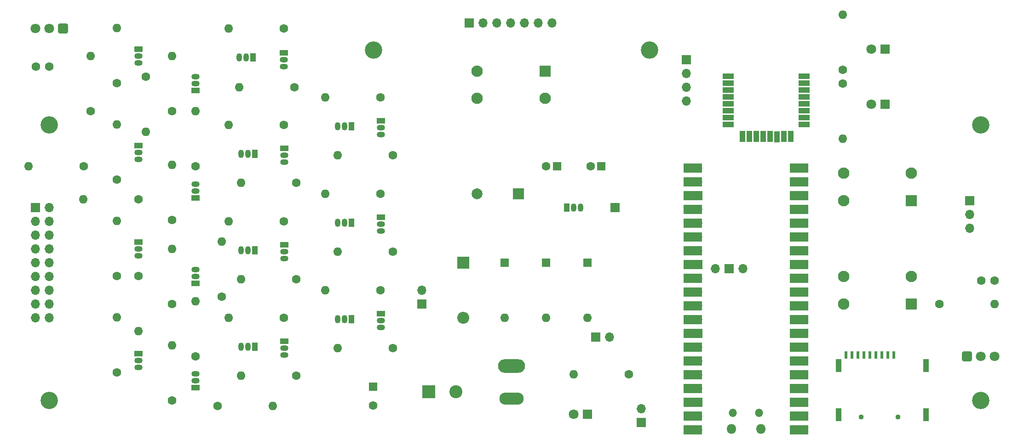
<source format=gbr>
%TF.GenerationSoftware,KiCad,Pcbnew,7.0.2*%
%TF.CreationDate,2023-07-21T23:10:52-07:00*%
%TF.ProjectId,Score-Board,53636f72-652d-4426-9f61-72642e6b6963,1*%
%TF.SameCoordinates,Original*%
%TF.FileFunction,Soldermask,Top*%
%TF.FilePolarity,Negative*%
%FSLAX46Y46*%
G04 Gerber Fmt 4.6, Leading zero omitted, Abs format (unit mm)*
G04 Created by KiCad (PCBNEW 7.0.2) date 2023-07-21 23:10:52*
%MOMM*%
%LPD*%
G01*
G04 APERTURE LIST*
G04 Aperture macros list*
%AMRoundRect*
0 Rectangle with rounded corners*
0 $1 Rounding radius*
0 $2 $3 $4 $5 $6 $7 $8 $9 X,Y pos of 4 corners*
0 Add a 4 corners polygon primitive as box body*
4,1,4,$2,$3,$4,$5,$6,$7,$8,$9,$2,$3,0*
0 Add four circle primitives for the rounded corners*
1,1,$1+$1,$2,$3*
1,1,$1+$1,$4,$5*
1,1,$1+$1,$6,$7*
1,1,$1+$1,$8,$9*
0 Add four rect primitives between the rounded corners*
20,1,$1+$1,$2,$3,$4,$5,0*
20,1,$1+$1,$4,$5,$6,$7,0*
20,1,$1+$1,$6,$7,$8,$9,0*
20,1,$1+$1,$8,$9,$2,$3,0*%
G04 Aperture macros list end*
%ADD10O,1.700000X1.700000*%
%ADD11R,1.700000X1.700000*%
%ADD12R,3.500000X1.700000*%
%ADD13O,1.500000X1.500000*%
%ADD14O,1.800000X1.800000*%
%ADD15C,1.600000*%
%ADD16O,1.600000X1.600000*%
%ADD17C,3.200000*%
%ADD18R,1.500000X1.050000*%
%ADD19O,1.500000X1.050000*%
%ADD20R,1.600000X1.600000*%
%ADD21R,1.050000X1.500000*%
%ADD22O,1.050000X1.500000*%
%ADD23C,0.950000*%
%ADD24R,0.620000X1.400000*%
%ADD25R,1.100000X2.400000*%
%ADD26R,2.100000X2.100000*%
%ADD27C,2.100000*%
%ADD28R,2.000000X1.000000*%
%ADD29R,1.000000X2.000000*%
%ADD30R,2.400000X2.400000*%
%ADD31C,2.400000*%
%ADD32R,2.000000X2.000000*%
%ADD33C,2.000000*%
%ADD34O,5.000000X2.500000*%
%ADD35O,4.500000X2.250000*%
%ADD36R,1.800000X1.800000*%
%ADD37C,1.800000*%
%ADD38R,2.200000X2.200000*%
%ADD39O,2.200000X2.200000*%
%ADD40RoundRect,0.250200X-0.649800X-0.649800X0.649800X-0.649800X0.649800X0.649800X-0.649800X0.649800X0*%
%ADD41RoundRect,0.250200X0.649800X0.649800X-0.649800X0.649800X-0.649800X-0.649800X0.649800X-0.649800X0*%
G04 APERTURE END LIST*
D10*
%TO.C,U1*%
X169455000Y-91286000D03*
D11*
X171995000Y-91286000D03*
D10*
X174535000Y-91286000D03*
X166229100Y-121016000D03*
D12*
X165329100Y-121016000D03*
D10*
X166229100Y-118476000D03*
D12*
X165329100Y-118476000D03*
D11*
X166229100Y-115936000D03*
D12*
X165329100Y-115936000D03*
D10*
X166229100Y-113396000D03*
D12*
X165329100Y-113396000D03*
X165329100Y-110856000D03*
D10*
X166229100Y-110856000D03*
D12*
X165329100Y-108316000D03*
D10*
X166229100Y-108316000D03*
D12*
X165329100Y-105776000D03*
D10*
X166229100Y-105776000D03*
D11*
X166229100Y-103236000D03*
D12*
X165329100Y-103236000D03*
X165329100Y-100696000D03*
D10*
X166229100Y-100696000D03*
D12*
X165329100Y-98156000D03*
D10*
X166229100Y-98156000D03*
D12*
X165329100Y-95616000D03*
D10*
X166229100Y-95616000D03*
X166229100Y-93076000D03*
D12*
X165329100Y-93076000D03*
D11*
X166229100Y-90536000D03*
D12*
X165329100Y-90536000D03*
X165329100Y-87996000D03*
D10*
X166229100Y-87996000D03*
X166229100Y-85456000D03*
D12*
X165329100Y-85456000D03*
D10*
X166229100Y-82916000D03*
D12*
X165329100Y-82916000D03*
X165329100Y-80376000D03*
D10*
X166229100Y-80376000D03*
D12*
X165329100Y-77836000D03*
D11*
X166229100Y-77836000D03*
D10*
X166229100Y-75296000D03*
D12*
X165329100Y-75296000D03*
D10*
X166229100Y-72756000D03*
D12*
X165329100Y-72756000D03*
X184909100Y-72756000D03*
D10*
X184009100Y-72756000D03*
D12*
X184909100Y-75296000D03*
D10*
X184009100Y-75296000D03*
D11*
X184009100Y-77836000D03*
D12*
X184909100Y-77836000D03*
D10*
X184009100Y-80376000D03*
D12*
X184909100Y-80376000D03*
X184909100Y-82916000D03*
D10*
X184009100Y-82916000D03*
X184009100Y-85456000D03*
D12*
X184909100Y-85456000D03*
X184909100Y-87996000D03*
D10*
X184009100Y-87996000D03*
D11*
X184009100Y-90536000D03*
D12*
X184909100Y-90536000D03*
D10*
X184009100Y-93076000D03*
D12*
X184909100Y-93076000D03*
X184909100Y-95616000D03*
D10*
X184009100Y-95616000D03*
D12*
X184909100Y-98156000D03*
D10*
X184009100Y-98156000D03*
X184009100Y-100696000D03*
D12*
X184909100Y-100696000D03*
D11*
X184009100Y-103236000D03*
D12*
X184909100Y-103236000D03*
X184909100Y-105776000D03*
D10*
X184009100Y-105776000D03*
X184009100Y-108316000D03*
D12*
X184909100Y-108316000D03*
D10*
X184009100Y-110856000D03*
D12*
X184909100Y-110856000D03*
D10*
X184009100Y-113396000D03*
D12*
X184909100Y-113396000D03*
X184909100Y-115936000D03*
D11*
X184009100Y-115936000D03*
D12*
X184909100Y-118476000D03*
D10*
X184009100Y-118476000D03*
D12*
X184909100Y-121016000D03*
D10*
X184009100Y-121016000D03*
D13*
X172694100Y-117856000D03*
X177544100Y-117856000D03*
D14*
X177844100Y-120886000D03*
X172394100Y-120886000D03*
%TD*%
D15*
%TO.C,C5*%
X46900000Y-54015000D03*
X44400000Y-54015000D03*
%TD*%
%TO.C,C4*%
X218390000Y-93512000D03*
X220890000Y-93512000D03*
%TD*%
%TO.C,R21*%
X64680000Y-55920000D03*
D16*
X64680000Y-66080000D03*
%TD*%
D15*
%TO.C,R26*%
X78650000Y-96433000D03*
D16*
X78650000Y-86273000D03*
%TD*%
D17*
%TO.C,H2*%
X218350000Y-115610000D03*
%TD*%
D18*
%TO.C,Q21*%
X63304000Y-106974000D03*
D19*
X63304000Y-108244000D03*
X63304000Y-109514000D03*
%TD*%
D20*
%TO.C,C1*%
X106500000Y-113070000D03*
D15*
X106500000Y-116570000D03*
%TD*%
D17*
%TO.C,H5*%
X106574237Y-51024919D03*
%TD*%
D15*
%TO.C,R7*%
X90080000Y-47030000D03*
D16*
X79920000Y-47030000D03*
%TD*%
D21*
%TO.C,Q9*%
X102526000Y-65078000D03*
D22*
X101256000Y-65078000D03*
X99986000Y-65078000D03*
%TD*%
D15*
%TO.C,R11*%
X90080000Y-64810000D03*
D16*
X79920000Y-64810000D03*
%TD*%
D15*
%TO.C,R5*%
X153580000Y-110784000D03*
D16*
X143420000Y-110784000D03*
%TD*%
D18*
%TO.C,Q6*%
X107881000Y-99608000D03*
D19*
X107881000Y-100878000D03*
X107881000Y-102148000D03*
%TD*%
D11*
%TO.C,TP1*%
X151040000Y-80050000D03*
%TD*%
D23*
%TO.C,SD1*%
X196310000Y-118618000D03*
X203110000Y-118618000D03*
D24*
X202290000Y-107198000D03*
X201190000Y-107198000D03*
X200090000Y-107198000D03*
X198990000Y-107198000D03*
X197890000Y-107198000D03*
X196790000Y-107198000D03*
X195690000Y-107198000D03*
X194590000Y-107198000D03*
X193490000Y-107198000D03*
D25*
X192110000Y-109198000D03*
X192110000Y-118198000D03*
X208260000Y-109198000D03*
X208260000Y-118198000D03*
%TD*%
D15*
%TO.C,R27*%
X77888000Y-116626000D03*
D16*
X88048000Y-116626000D03*
%TD*%
D21*
%TO.C,Q12*%
X84746000Y-87938000D03*
D22*
X83476000Y-87938000D03*
X82206000Y-87938000D03*
%TD*%
D26*
%TO.C,SW1*%
X205550000Y-97790000D03*
D27*
X193050000Y-97790000D03*
X205550000Y-92790000D03*
X193050000Y-92790000D03*
%TD*%
D15*
%TO.C,R25*%
X63283000Y-92623000D03*
D16*
X63283000Y-102783000D03*
%TD*%
D15*
%TO.C,R13*%
X107860000Y-77510000D03*
D16*
X97700000Y-77510000D03*
%TD*%
D18*
%TO.C,Q1*%
X90080000Y-51475000D03*
D19*
X90080000Y-52745000D03*
X90080000Y-54015000D03*
%TD*%
D21*
%TO.C,Q13*%
X102526000Y-100638000D03*
D22*
X101256000Y-100638000D03*
X99986000Y-100638000D03*
%TD*%
D18*
%TO.C,Q4*%
X107881000Y-81828000D03*
D19*
X107881000Y-83098000D03*
X107881000Y-84368000D03*
%TD*%
D28*
%TO.C,U2*%
X171822100Y-55812500D03*
X171822100Y-57082500D03*
X171822100Y-58352500D03*
X171822100Y-59622500D03*
X171822100Y-60892500D03*
X171822100Y-62162500D03*
X171822100Y-63432500D03*
X171822100Y-64702500D03*
D29*
X174442100Y-66962500D03*
X175712100Y-66962500D03*
X176982100Y-66962500D03*
X178252100Y-66962500D03*
X179522100Y-66962500D03*
X180792372Y-66972349D03*
X182062100Y-66962500D03*
X183332100Y-66962500D03*
D28*
X185792100Y-64702500D03*
X185792100Y-63432500D03*
X185801319Y-62225188D03*
X185792100Y-60892500D03*
X185792100Y-59622500D03*
X185792100Y-58352500D03*
X185792100Y-57082500D03*
X185792100Y-55812500D03*
%TD*%
D10*
%TO.C,J4*%
X216318000Y-83860000D03*
X216318000Y-81320000D03*
D11*
X216318000Y-78780000D03*
%TD*%
D15*
%TO.C,R1*%
X210730000Y-97830000D03*
D16*
X220890000Y-97830000D03*
%TD*%
D20*
%TO.C,D3*%
X130720000Y-90210000D03*
D16*
X130720000Y-100370000D03*
%TD*%
D15*
%TO.C,R18*%
X92366000Y-111038000D03*
D16*
X82206000Y-111038000D03*
%TD*%
D15*
%TO.C,R6*%
X91985000Y-57825000D03*
D16*
X81825000Y-57825000D03*
%TD*%
D15*
%TO.C,R10*%
X92366000Y-75478000D03*
D16*
X82206000Y-75478000D03*
%TD*%
D21*
%TO.C,Q8*%
X84365000Y-52385000D03*
D22*
X83095000Y-52385000D03*
X81825000Y-52385000D03*
%TD*%
D18*
%TO.C,Q17*%
X63304000Y-68627000D03*
D19*
X63304000Y-69897000D03*
X63304000Y-71167000D03*
%TD*%
D30*
%TO.C,J2*%
X116700000Y-114040000D03*
D31*
X121700000Y-114040000D03*
%TD*%
D15*
%TO.C,R42*%
X59346000Y-110410000D03*
D16*
X59346000Y-100250000D03*
%TD*%
D21*
%TO.C,Q11*%
X102526000Y-82858000D03*
D22*
X101256000Y-82858000D03*
X99986000Y-82858000D03*
%TD*%
D18*
%TO.C,Q15*%
X63304000Y-50847000D03*
D19*
X63304000Y-52117000D03*
X63304000Y-53387000D03*
%TD*%
D17*
%TO.C,H1*%
X46900000Y-115610000D03*
%TD*%
D18*
%TO.C,Q19*%
X63304000Y-86407000D03*
D19*
X63304000Y-87677000D03*
X63304000Y-88947000D03*
%TD*%
D17*
%TO.C,H3*%
X46900000Y-64810000D03*
%TD*%
D15*
%TO.C,R28*%
X73824000Y-107482000D03*
D16*
X73824000Y-97322000D03*
%TD*%
D15*
%TO.C,R15*%
X90080000Y-82590000D03*
D16*
X79920000Y-82590000D03*
%TD*%
D15*
%TO.C,R12*%
X110146000Y-88178000D03*
D16*
X99986000Y-88178000D03*
%TD*%
D15*
%TO.C,R16*%
X110146000Y-105958000D03*
D16*
X99986000Y-105958000D03*
%TD*%
D15*
%TO.C,R33*%
X69506000Y-62270000D03*
D16*
X69506000Y-52110000D03*
%TD*%
D26*
%TO.C,SW2*%
X205550000Y-78740000D03*
D27*
X193050000Y-78740000D03*
X205550000Y-73740000D03*
X193050000Y-73740000D03*
%TD*%
D18*
%TO.C,Q18*%
X73824000Y-78272000D03*
D19*
X73824000Y-77002000D03*
X73824000Y-75732000D03*
%TD*%
D18*
%TO.C,Q2*%
X107881000Y-64048000D03*
D19*
X107881000Y-65318000D03*
X107881000Y-66588000D03*
%TD*%
D20*
%TO.C,D4*%
X145960000Y-90210000D03*
D16*
X145960000Y-100370000D03*
%TD*%
D11*
%TO.C,Conn1*%
X44360000Y-80050000D03*
D10*
X46900000Y-80050000D03*
X44360000Y-82590000D03*
X46900000Y-82590000D03*
X44360000Y-85130000D03*
X46900000Y-85130000D03*
X44360000Y-87670000D03*
X46900000Y-87670000D03*
X44360000Y-90210000D03*
X46900000Y-90210000D03*
X44360000Y-92750000D03*
X46900000Y-92750000D03*
X44360000Y-95290000D03*
X46900000Y-95290000D03*
X44360000Y-97830000D03*
X46900000Y-97830000D03*
X44360000Y-100370000D03*
X46900000Y-100370000D03*
%TD*%
D21*
%TO.C,U5*%
X142150000Y-80050000D03*
D22*
X143420000Y-80050000D03*
X144690000Y-80050000D03*
%TD*%
D15*
%TO.C,R2*%
X54520000Y-62270000D03*
D16*
X54520000Y-52110000D03*
%TD*%
D18*
%TO.C,Q3*%
X90101000Y-69128000D03*
D19*
X90101000Y-70398000D03*
X90101000Y-71668000D03*
%TD*%
D15*
%TO.C,R9*%
X107860000Y-59730000D03*
D16*
X97700000Y-59730000D03*
%TD*%
D15*
%TO.C,R19*%
X90080000Y-100370000D03*
D16*
X79920000Y-100370000D03*
%TD*%
D15*
%TO.C,R20*%
X59346000Y-57070000D03*
D16*
X59346000Y-46910000D03*
%TD*%
D15*
%TO.C,R41*%
X69506000Y-97830000D03*
D16*
X69506000Y-87670000D03*
%TD*%
D20*
%TO.C,C3*%
X148500000Y-72430000D03*
D15*
X146500000Y-72430000D03*
%TD*%
%TO.C,R40*%
X59346000Y-92630000D03*
D16*
X59346000Y-82470000D03*
%TD*%
D32*
%TO.C,BZ1*%
X133240000Y-77510000D03*
D33*
X125640000Y-77510000D03*
%TD*%
D34*
%TO.C,J1*%
X131990000Y-109265200D03*
D35*
X131990000Y-115265200D03*
%TD*%
D36*
%TO.C,LED2*%
X200677500Y-50840000D03*
D37*
X198137500Y-50840000D03*
%TD*%
D11*
%TO.C,J5*%
X164121000Y-52755000D03*
D10*
X164121000Y-55295000D03*
X164121000Y-57835000D03*
X164121000Y-60375000D03*
%TD*%
D17*
%TO.C,H6*%
X157374237Y-51024919D03*
%TD*%
D11*
%TO.C,J6*%
X147484000Y-103926000D03*
D10*
X150024000Y-103926000D03*
%TD*%
D18*
%TO.C,Q16*%
X73824000Y-58460000D03*
D19*
X73824000Y-57190000D03*
X73824000Y-55920000D03*
%TD*%
D17*
%TO.C,H4*%
X218350000Y-64810000D03*
%TD*%
D15*
%TO.C,R43*%
X69506000Y-115610000D03*
D16*
X69506000Y-105450000D03*
%TD*%
D15*
%TO.C,R17*%
X107860000Y-95290000D03*
D16*
X97700000Y-95290000D03*
%TD*%
D11*
%TO.C,J7*%
X115480000Y-97830000D03*
D10*
X115480000Y-95290000D03*
%TD*%
D15*
%TO.C,R14*%
X92366000Y-93258000D03*
D16*
X82206000Y-93258000D03*
%TD*%
D38*
%TO.C,D1*%
X123100000Y-90210000D03*
D39*
X123100000Y-100370000D03*
%TD*%
D18*
%TO.C,Q20*%
X73824000Y-94020000D03*
D19*
X73824000Y-92750000D03*
X73824000Y-91480000D03*
%TD*%
D40*
%TO.C,IR1*%
X215810000Y-107473000D03*
D37*
X218350000Y-107473000D03*
X220890000Y-107473000D03*
%TD*%
D15*
%TO.C,R24*%
X73824000Y-72430000D03*
D16*
X73824000Y-62270000D03*
%TD*%
D15*
%TO.C,R3*%
X192950000Y-54650000D03*
D16*
X192950000Y-44490000D03*
%TD*%
D15*
%TO.C,R34*%
X59346000Y-74850000D03*
D16*
X59346000Y-64690000D03*
%TD*%
D21*
%TO.C,Q14*%
X84746000Y-105718000D03*
D22*
X83476000Y-105718000D03*
X82206000Y-105718000D03*
%TD*%
D15*
%TO.C,R8*%
X110146000Y-70398000D03*
D16*
X99986000Y-70398000D03*
%TD*%
D15*
%TO.C,R4*%
X192950000Y-57190000D03*
D16*
X192950000Y-67350000D03*
%TD*%
D20*
%TO.C,D2*%
X138340000Y-90210000D03*
D16*
X138340000Y-100370000D03*
%TD*%
D20*
%TO.C,C2*%
X140340000Y-72430000D03*
D15*
X138340000Y-72430000D03*
%TD*%
D18*
%TO.C,Q7*%
X90101000Y-104688000D03*
D19*
X90101000Y-105958000D03*
X90101000Y-107228000D03*
%TD*%
D11*
%TO.C,J8*%
X155866000Y-119674000D03*
D10*
X155866000Y-117134000D03*
%TD*%
D21*
%TO.C,Q10*%
X84746000Y-70158000D03*
D22*
X83476000Y-70158000D03*
X82206000Y-70158000D03*
%TD*%
D36*
%TO.C,LED3*%
X200677500Y-61000000D03*
D37*
X198137500Y-61000000D03*
%TD*%
D15*
%TO.C,R23*%
X63283000Y-78526000D03*
D16*
X53123000Y-78526000D03*
%TD*%
D15*
%TO.C,R39*%
X69506000Y-82336000D03*
D16*
X69506000Y-72176000D03*
%TD*%
D36*
%TO.C,LED1*%
X145960000Y-118150000D03*
D37*
X143420000Y-118150000D03*
%TD*%
D18*
%TO.C,Q22*%
X73824000Y-113197000D03*
D19*
X73824000Y-111927000D03*
X73824000Y-110657000D03*
%TD*%
D15*
%TO.C,R22*%
X53250000Y-72430000D03*
D16*
X43090000Y-72430000D03*
%TD*%
D18*
%TO.C,Q5*%
X90101000Y-86908000D03*
D19*
X90101000Y-88178000D03*
X90101000Y-89448000D03*
%TD*%
D41*
%TO.C,IR2*%
X49440000Y-47030000D03*
D37*
X46900000Y-47030000D03*
X44360000Y-47030000D03*
%TD*%
D11*
%TO.C,J3*%
X124137237Y-45984919D03*
D10*
X126677237Y-45984919D03*
X129217237Y-45984919D03*
X131757237Y-45984919D03*
X134297237Y-45984919D03*
X136837237Y-45984919D03*
X139377237Y-45984919D03*
%TD*%
D26*
%TO.C,SW3*%
X138124237Y-54914919D03*
D27*
X125624237Y-54914919D03*
X138124237Y-59914919D03*
X125624237Y-59914919D03*
%TD*%
M02*

</source>
